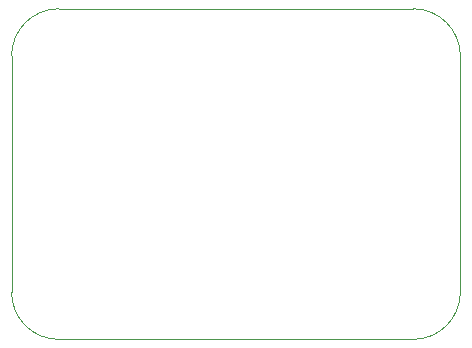
<source format=gbr>
%TF.GenerationSoftware,KiCad,Pcbnew,8.0.5-8.0.5-0~ubuntu24.04.1*%
%TF.CreationDate,2024-10-23T09:38:31+02:00*%
%TF.ProjectId,SensorConnector_PCB,53656e73-6f72-4436-9f6e-6e6563746f72,rev?*%
%TF.SameCoordinates,Original*%
%TF.FileFunction,Profile,NP*%
%FSLAX46Y46*%
G04 Gerber Fmt 4.6, Leading zero omitted, Abs format (unit mm)*
G04 Created by KiCad (PCBNEW 8.0.5-8.0.5-0~ubuntu24.04.1) date 2024-10-23 09:38:31*
%MOMM*%
%LPD*%
G01*
G04 APERTURE LIST*
%TA.AperFunction,Profile*%
%ADD10C,0.050000*%
%TD*%
G04 APERTURE END LIST*
D10*
X130000000Y-94000000D02*
X100000000Y-94000000D01*
X96000000Y-70000000D02*
G75*
G02*
X100000000Y-66000000I4000000J0D01*
G01*
X100000000Y-94000000D02*
G75*
G02*
X96000000Y-90000000I0J4000000D01*
G01*
X130000000Y-66000000D02*
G75*
G02*
X134000000Y-70000000I0J-4000000D01*
G01*
X96000000Y-90000000D02*
X96000000Y-70000000D01*
X134000000Y-70000000D02*
X134000000Y-90000000D01*
X134000000Y-90000000D02*
G75*
G02*
X130000000Y-94000000I-4000000J0D01*
G01*
X100000000Y-66000000D02*
X130000000Y-66000000D01*
M02*

</source>
